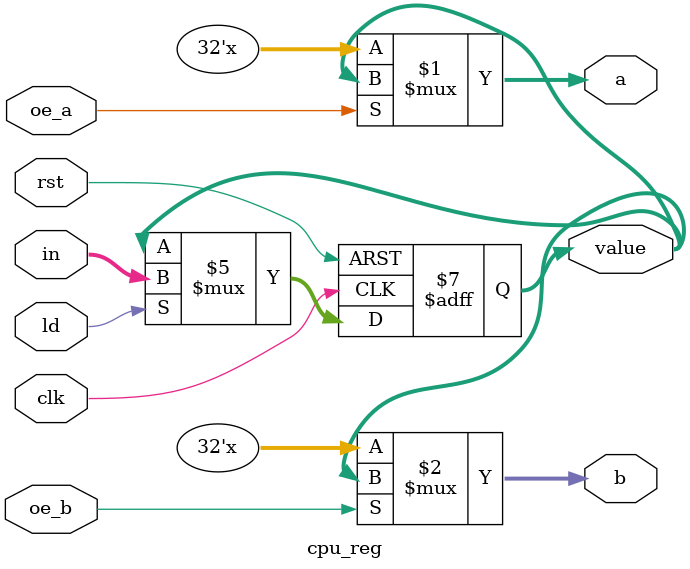
<source format=sv>
module cpu_reg #(
    parameter integer SIZE = 32,
    parameter logic [SIZE-1:0] INITIAL_VAL = 0
) (
    input clk,
    input rst,
    output tri [SIZE-1:0] a,
    output tri [SIZE-1:0] b,
    input [SIZE-1:0] in,
    input oe_a,
    input oe_b,
    input ld,
    output logic [SIZE-1:0] value = INITIAL_VAL // only if you need to directly access (not on the data/addr bus)
);
  assign a = oe_a ? value : 'hz;
  assign b = oe_b ? value : 'hz;

  always_ff @(posedge clk or posedge rst)
    if (rst) value <= INITIAL_VAL;
    else if (ld) value <= in;
endmodule

</source>
